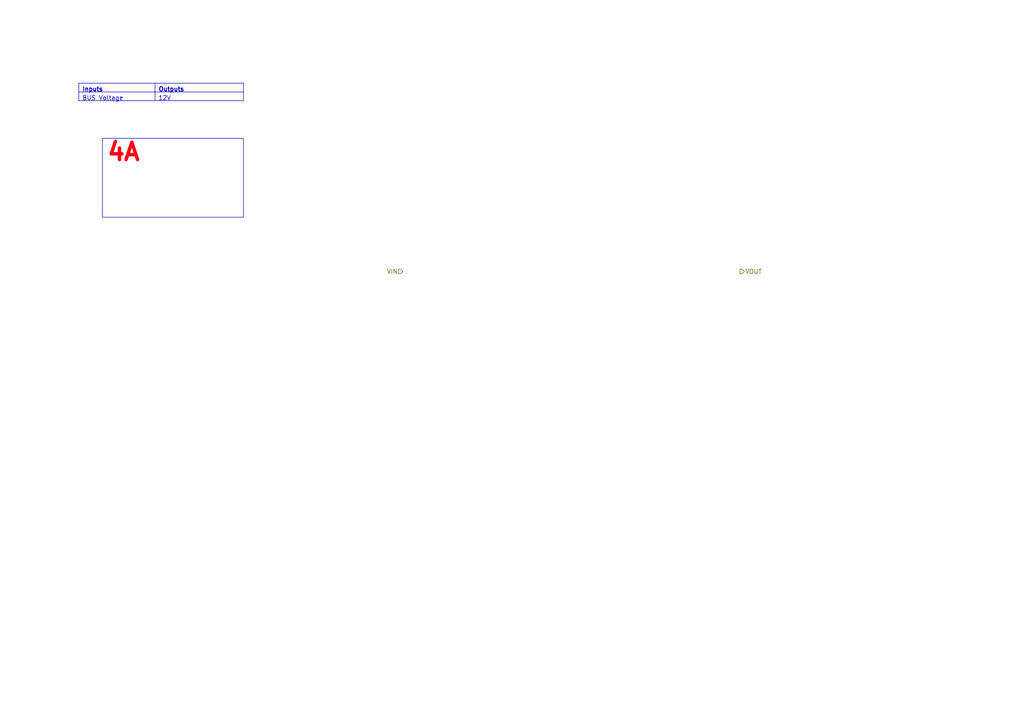
<source format=kicad_sch>
(kicad_sch
	(version 20250114)
	(generator "eeschema")
	(generator_version "9.0")
	(uuid "ffdc7ba9-2399-401d-9f67-c76e82a3aa29")
	(paper "A4")
	(lib_symbols)
	(text_box "4A"
		(exclude_from_sim no)
		(at 29.718 40.132 0)
		(size 40.894 22.86)
		(margins 0.9525 0.9525 0.9525 0.9525)
		(stroke
			(width 0)
			(type solid)
		)
		(fill
			(type none)
		)
		(effects
			(font
				(size 5 5)
				(thickness 1)
				(bold yes)
				(color 255 0 19 1)
			)
			(justify left top)
		)
		(uuid "dcb47893-d32b-4011-ace5-fcb4cbe514b7")
	)
	(table
		(column_count 2)
		(border
			(external yes)
			(header yes)
			(stroke
				(width 0)
				(type solid)
			)
		)
		(separators
			(rows yes)
			(cols yes)
			(stroke
				(width 0)
				(type solid)
			)
		)
		(column_widths 22.098 25.654)
		(row_heights 2.54 2.54)
		(cells
			(table_cell "Inputs"
				(exclude_from_sim no)
				(at 22.86 24.13 0)
				(size 22.098 2.54)
				(margins 0.9525 0.9525 0.9525 0.9525)
				(span 1 1)
				(fill
					(type none)
				)
				(effects
					(font
						(size 1.27 1.27)
						(thickness 0.254)
						(bold yes)
					)
					(justify left top)
				)
				(uuid "38e68188-8617-4371-9655-25e4112c82dc")
			)
			(table_cell "Outputs"
				(exclude_from_sim no)
				(at 44.958 24.13 0)
				(size 25.654 2.54)
				(margins 0.9525 0.9525 0.9525 0.9525)
				(span 1 1)
				(fill
					(type none)
				)
				(effects
					(font
						(size 1.27 1.27)
						(thickness 0.254)
						(bold yes)
					)
					(justify left top)
				)
				(uuid "139b844f-6ad4-414e-84a0-39e72ea10002")
			)
			(table_cell "BUS Voltage"
				(exclude_from_sim no)
				(at 22.86 26.67 0)
				(size 22.098 2.54)
				(margins 0.9525 0.9525 0.9525 0.9525)
				(span 1 1)
				(fill
					(type none)
				)
				(effects
					(font
						(size 1.27 1.27)
					)
					(justify left top)
				)
				(uuid "6af28cbd-435c-4453-acfb-54b24439eab9")
			)
			(table_cell "12V"
				(exclude_from_sim no)
				(at 44.958 26.67 0)
				(size 25.654 2.54)
				(margins 0.9525 0.9525 0.9525 0.9525)
				(span 1 1)
				(fill
					(type none)
				)
				(effects
					(font
						(size 1.27 1.27)
					)
					(justify left top)
				)
				(uuid "3ceb0676-189c-46c2-8a28-0d93621a631f")
			)
		)
	)
	(hierarchical_label "VIN"
		(shape input)
		(at 116.84 78.74 180)
		(effects
			(font
				(size 1.27 1.27)
			)
			(justify right)
		)
		(uuid "152b1082-fc76-4e3d-947b-bfb4b7db01f5")
	)
	(hierarchical_label "VOUT"
		(shape output)
		(at 214.63 78.74 0)
		(effects
			(font
				(size 1.27 1.27)
			)
			(justify left)
		)
		(uuid "6ac65d0f-21aa-40fd-aa9a-0753b61a5ed7")
	)
)

</source>
